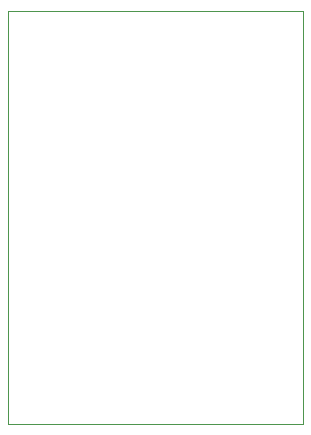
<source format=gbr>
%TF.GenerationSoftware,KiCad,Pcbnew,(6.0.7-1)-1*%
%TF.CreationDate,2022-11-24T20:11:51+01:00*%
%TF.ProjectId,Frost-ESP32,46726f73-742d-4455-9350-33322e6b6963,rev?*%
%TF.SameCoordinates,Original*%
%TF.FileFunction,Profile,NP*%
%FSLAX46Y46*%
G04 Gerber Fmt 4.6, Leading zero omitted, Abs format (unit mm)*
G04 Created by KiCad (PCBNEW (6.0.7-1)-1) date 2022-11-24 20:11:51*
%MOMM*%
%LPD*%
G01*
G04 APERTURE LIST*
%TA.AperFunction,Profile*%
%ADD10C,0.100000*%
%TD*%
G04 APERTURE END LIST*
D10*
X94000000Y-61000000D02*
X119000000Y-61000000D01*
X119000000Y-61000000D02*
X119000000Y-96000000D01*
X119000000Y-96000000D02*
X94000000Y-96000000D01*
X94000000Y-96000000D02*
X94000000Y-61000000D01*
M02*

</source>
